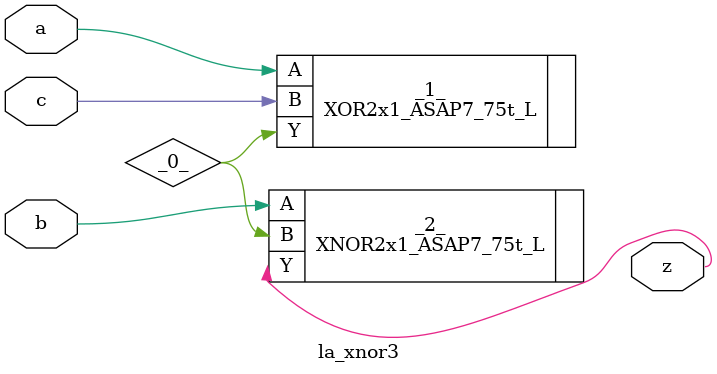
<source format=v>

/* Generated by Yosys 0.44 (git sha1 80ba43d26, g++ 11.4.0-1ubuntu1~22.04 -fPIC -O3) */

(* top =  1  *)
(* src = "inputs/la_xnor3.v:10.1-21.10" *)
module la_xnor3 (
    a,
    b,
    c,
    z
);
  wire _0_;
  (* src = "inputs/la_xnor3.v:13.12-13.13" *)
  input a;
  wire a;
  (* src = "inputs/la_xnor3.v:14.12-14.13" *)
  input b;
  wire b;
  (* src = "inputs/la_xnor3.v:15.12-15.13" *)
  input c;
  wire c;
  (* src = "inputs/la_xnor3.v:16.12-16.13" *)
  output z;
  wire z;
  XOR2x1_ASAP7_75t_L _1_ (
      .A(a),
      .B(c),
      .Y(_0_)
  );
  XNOR2x1_ASAP7_75t_L _2_ (
      .A(b),
      .B(_0_),
      .Y(z)
  );
endmodule

</source>
